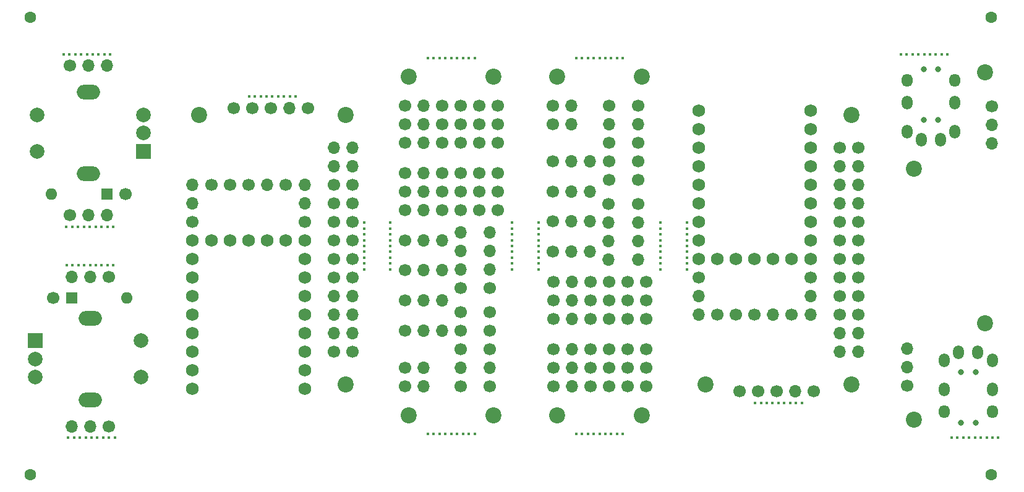
<source format=gbr>
%TF.GenerationSoftware,KiCad,Pcbnew,7.0.5*%
%TF.CreationDate,2024-01-24T21:19:46+08:00*%
%TF.ProjectId,main,6d61696e-2e6b-4696-9361-645f70636258,rev?*%
%TF.SameCoordinates,Original*%
%TF.FileFunction,Soldermask,Top*%
%TF.FilePolarity,Negative*%
%FSLAX46Y46*%
G04 Gerber Fmt 4.6, Leading zero omitted, Abs format (unit mm)*
G04 Created by KiCad (PCBNEW 7.0.5) date 2024-01-24 21:19:46*
%MOMM*%
%LPD*%
G01*
G04 APERTURE LIST*
%ADD10C,2.200000*%
%ADD11C,1.700000*%
%ADD12O,1.700000X1.700000*%
%ADD13C,0.450000*%
%ADD14C,1.596000*%
%ADD15O,3.200000X2.000000*%
%ADD16R,2.000000X2.000000*%
%ADD17C,2.000000*%
%ADD18C,0.800000*%
%ADD19O,1.500000X1.900000*%
%ADD20O,1.500000X1.800000*%
%ADD21C,1.752600*%
%ADD22R,1.600000X1.600000*%
%ADD23O,1.600000X1.600000*%
G04 APERTURE END LIST*
D10*
%TO.C,H3*%
X201660000Y-90654850D03*
%TD*%
D11*
%TO.C,J18*%
X196080000Y-76024850D03*
D12*
X196080000Y-78564850D03*
X196080000Y-81104850D03*
%TD*%
D11*
%TO.C,J13*%
X140500000Y-79204850D03*
D12*
X143040000Y-79204850D03*
X145580000Y-79204850D03*
%TD*%
D11*
%TO.C,J23*%
X202590000Y-81104850D03*
D12*
X202590000Y-83644850D03*
X202590000Y-86184850D03*
%TD*%
D13*
%TO.C,H23*%
X158810000Y-74919850D03*
X158810000Y-74119850D03*
X158810000Y-73319850D03*
X158810000Y-72519850D03*
X158810000Y-71719850D03*
X158810000Y-70919850D03*
X158810000Y-70119850D03*
X158810000Y-69319850D03*
X158810000Y-68519850D03*
%TD*%
D14*
%TO.C,H19*%
X89210236Y-103014850D03*
%TD*%
D15*
%TO.C,RE1*%
X97181000Y-61849000D03*
X97181000Y-50649000D03*
D16*
X104681000Y-58749000D03*
D17*
X104681000Y-53749000D03*
X104681000Y-56249000D03*
X90181000Y-53749000D03*
X90181000Y-58749000D03*
%TD*%
D11*
%TO.C,J19*%
X152160000Y-77444850D03*
D12*
X152160000Y-74904850D03*
X152160000Y-72364850D03*
X152160000Y-69824850D03*
%TD*%
D11*
%TO.C,J16*%
X140510000Y-52484850D03*
D12*
X143050000Y-52484850D03*
D11*
X145590000Y-52484850D03*
X148130000Y-52484850D03*
X150670000Y-52484850D03*
X153210000Y-52484850D03*
%TD*%
%TO.C,J26*%
X99932000Y-75921000D03*
D12*
X97392000Y-75921000D03*
X94852000Y-75921000D03*
%TD*%
D11*
%TO.C,J21*%
X148120000Y-77444850D03*
D12*
X148120000Y-74904850D03*
X148120000Y-72364850D03*
X148120000Y-69824850D03*
%TD*%
D18*
%TO.C,T1*%
X211538000Y-47485000D03*
X211538000Y-54485000D03*
X213538000Y-47485000D03*
X213538000Y-54485000D03*
D19*
X209238000Y-56085000D03*
X215838000Y-56085000D03*
D20*
X209238000Y-49037000D03*
X215838000Y-49037000D03*
D19*
X209238000Y-52085000D03*
X215838000Y-52085000D03*
X211238000Y-57185000D03*
X213838000Y-57185000D03*
%TD*%
D11*
%TO.C,J9*%
X140510000Y-57564850D03*
D12*
X143050000Y-57564850D03*
D11*
X145590000Y-57564850D03*
X148130000Y-57564850D03*
X150670000Y-57564850D03*
X153210000Y-57564850D03*
%TD*%
%TO.C,J4*%
X202590000Y-58244850D03*
D12*
X202590000Y-60784850D03*
X202590000Y-63324850D03*
X202590000Y-65864850D03*
D11*
X202590000Y-68404850D03*
X202590000Y-70944850D03*
X202590000Y-73484850D03*
X202590000Y-76024850D03*
X202590000Y-78564850D03*
%TD*%
%TO.C,J24*%
X180730000Y-76024850D03*
D12*
X180730000Y-78564850D03*
X180730000Y-81104850D03*
%TD*%
D11*
%TO.C,J6*%
X196510000Y-91584850D03*
D12*
X193970000Y-91584850D03*
D11*
X191430000Y-91584850D03*
X188890000Y-91584850D03*
X186350000Y-91584850D03*
%TD*%
D10*
%TO.C,H7*%
X152659997Y-94924851D03*
%TD*%
D13*
%TO.C,H28*%
X94170000Y-69089000D03*
X94970000Y-69089000D03*
X95770000Y-69089000D03*
X96570000Y-69089000D03*
X97370000Y-69089000D03*
X98170000Y-69089000D03*
X98970000Y-69089000D03*
X99770000Y-69089000D03*
X100570000Y-69089000D03*
%TD*%
D10*
%TO.C,H33*%
X219966000Y-82282000D03*
%TD*%
%TO.C,H2*%
X201660000Y-53774850D03*
%TD*%
D21*
%TO.C,U1*%
X180730000Y-53164850D03*
X180730000Y-55704850D03*
X180730000Y-58244850D03*
X180730000Y-60784850D03*
X180730000Y-63324850D03*
X180730000Y-65864850D03*
X180730000Y-68404850D03*
X180730000Y-70944850D03*
X180730000Y-73484850D03*
X196080000Y-53164850D03*
X196080000Y-55704850D03*
X196080000Y-58244850D03*
X196080000Y-60784850D03*
X196080000Y-63324850D03*
X196080000Y-65864850D03*
X196080000Y-68404850D03*
X196080000Y-70944850D03*
X196080000Y-73484850D03*
X193485000Y-73484850D03*
X190945000Y-73484850D03*
X188405000Y-73484850D03*
X185865000Y-73484850D03*
X183325000Y-73484850D03*
%TD*%
D11*
%TO.C,J1*%
X140500000Y-90954850D03*
D12*
X143040000Y-90954850D03*
%TD*%
D10*
%TO.C,H32*%
X219966000Y-47935000D03*
%TD*%
D13*
%TO.C,H15*%
X150060000Y-97474850D03*
X149260000Y-97474850D03*
X148460000Y-97474850D03*
X147660000Y-97474850D03*
X146860000Y-97474850D03*
X146060000Y-97474850D03*
X145260000Y-97474850D03*
X144460000Y-97474850D03*
X143660000Y-97474850D03*
%TD*%
D14*
%TO.C,H17*%
X220810000Y-40424850D03*
%TD*%
%TO.C,H16*%
X89210236Y-40424850D03*
%TD*%
D10*
%TO.C,H33*%
X210210000Y-61158000D03*
%TD*%
D11*
%TO.C,J20*%
X200050000Y-81104850D03*
D12*
X200050000Y-83644850D03*
X200050000Y-86184850D03*
%TD*%
D11*
%TO.C,J14*%
X152160000Y-90954850D03*
D12*
X152160000Y-88414850D03*
D11*
X152160000Y-85874850D03*
X152160000Y-83334850D03*
X152160000Y-80794850D03*
%TD*%
%TO.C,J25*%
X209280000Y-90832000D03*
D12*
X209280000Y-88292000D03*
X209280000Y-85752000D03*
%TD*%
D11*
%TO.C,J12*%
X140510000Y-64244850D03*
D12*
X143050000Y-64244850D03*
D11*
X145590000Y-64244850D03*
X148130000Y-64244850D03*
X150670000Y-64244850D03*
X153210000Y-64244850D03*
%TD*%
D13*
%TO.C,H21*%
X155210000Y-74919850D03*
X155210000Y-74119850D03*
X155210000Y-73319850D03*
X155210000Y-72519850D03*
X155210000Y-71719850D03*
X155210000Y-70919850D03*
X155210000Y-70119850D03*
X155210000Y-69319850D03*
X155210000Y-68519850D03*
%TD*%
D11*
%TO.C,J28*%
X92322000Y-78841000D03*
%TD*%
D13*
%TO.C,H9*%
X188460000Y-93204850D03*
X189260000Y-93204850D03*
X190060000Y-93204850D03*
X190860000Y-93204850D03*
X191660000Y-93204850D03*
X192460000Y-93204850D03*
X193260000Y-93204850D03*
X194060000Y-93204850D03*
X194860000Y-93204850D03*
%TD*%
D11*
%TO.C,J8*%
X148130000Y-90954850D03*
D12*
X148130000Y-88414850D03*
D11*
X148130000Y-85874850D03*
X148130000Y-83334850D03*
X148130000Y-80794850D03*
%TD*%
%TO.C,J27*%
X94641000Y-47005000D03*
D12*
X97181000Y-47005000D03*
X99721000Y-47005000D03*
%TD*%
D11*
%TO.C,J2*%
X140500000Y-88414850D03*
D12*
X143040000Y-88414850D03*
%TD*%
D13*
%TO.C,H27*%
X221766000Y-98005000D03*
X220966000Y-98005000D03*
X220166000Y-98005000D03*
X219366000Y-98005000D03*
X218566000Y-98005000D03*
X217766000Y-98005000D03*
X216966000Y-98005000D03*
X216166000Y-98005000D03*
X215366000Y-98005000D03*
%TD*%
D11*
%TO.C,J27*%
X99932000Y-96435000D03*
D12*
X97392000Y-96435000D03*
X94852000Y-96435000D03*
%TD*%
D10*
%TO.C,H5*%
X141060000Y-48514850D03*
%TD*%
D13*
%TO.C,H13*%
X150060000Y-45964850D03*
X149260000Y-45964850D03*
X148460000Y-45964850D03*
X147660000Y-45964850D03*
X146860000Y-45964850D03*
X146060000Y-45964850D03*
X145260000Y-45964850D03*
X144460000Y-45964850D03*
X143660000Y-45964850D03*
%TD*%
D10*
%TO.C,H32*%
X210210000Y-95505000D03*
%TD*%
%TO.C,H1*%
X141059997Y-94924851D03*
%TD*%
D11*
%TO.C,J25*%
X220896000Y-52608000D03*
D12*
X220896000Y-55148000D03*
X220896000Y-57688000D03*
%TD*%
D11*
%TO.C,J11*%
X140510000Y-55024850D03*
D12*
X143050000Y-55024850D03*
D11*
X145590000Y-55024850D03*
X148130000Y-55024850D03*
X150670000Y-55024850D03*
X153210000Y-55024850D03*
%TD*%
%TO.C,J3*%
X140500000Y-70924850D03*
D12*
X143040000Y-70924850D03*
X145580000Y-70924850D03*
%TD*%
D13*
%TO.C,H11*%
X119160000Y-51224850D03*
X119960000Y-51224850D03*
X120760000Y-51224850D03*
X121560000Y-51224850D03*
X122360000Y-51224850D03*
X123160000Y-51224850D03*
X123960000Y-51224850D03*
X124760000Y-51224850D03*
X125560000Y-51224850D03*
%TD*%
%TO.C,H29*%
X100802000Y-98005000D03*
X100002000Y-98005000D03*
X99202000Y-98005000D03*
X98402000Y-98005000D03*
X97602000Y-98005000D03*
X96802000Y-98005000D03*
X96002000Y-98005000D03*
X95202000Y-98005000D03*
X94402000Y-98005000D03*
%TD*%
D11*
%TO.C,J7*%
X140500000Y-83334850D03*
D12*
X143040000Y-83334850D03*
X145580000Y-83334850D03*
%TD*%
D11*
%TO.C,J28*%
X102251000Y-64599000D03*
%TD*%
D13*
%TO.C,H27*%
X208410000Y-45435000D03*
X209210000Y-45435000D03*
X210010000Y-45435000D03*
X210810000Y-45435000D03*
X211610000Y-45435000D03*
X212410000Y-45435000D03*
X213210000Y-45435000D03*
X214010000Y-45435000D03*
X214810000Y-45435000D03*
%TD*%
%TO.C,H12*%
X170360000Y-97474850D03*
X169560000Y-97474850D03*
X168760000Y-97474850D03*
X167960000Y-97474850D03*
X167160000Y-97474850D03*
X166360000Y-97474850D03*
X165560000Y-97474850D03*
X164760000Y-97474850D03*
X163960000Y-97474850D03*
%TD*%
D11*
%TO.C,J26*%
X94641000Y-67519000D03*
D12*
X97181000Y-67519000D03*
X99721000Y-67519000D03*
%TD*%
D13*
%TO.C,H10*%
X175510000Y-74919850D03*
X175510000Y-74119850D03*
X175510000Y-73319850D03*
X175510000Y-72519850D03*
X175510000Y-71719850D03*
X175510000Y-70919850D03*
X175510000Y-70119850D03*
X175510000Y-69319850D03*
X175510000Y-68519850D03*
%TD*%
D10*
%TO.C,H4*%
X181660000Y-90654850D03*
%TD*%
D11*
%TO.C,J5*%
X200050000Y-58244850D03*
D12*
X200050000Y-60784850D03*
X200050000Y-63324850D03*
X200050000Y-65864850D03*
D11*
X200050000Y-68404850D03*
X200050000Y-70944850D03*
X200050000Y-73484850D03*
X200050000Y-76024850D03*
X200050000Y-78564850D03*
%TD*%
%TO.C,J10*%
X140510000Y-66784850D03*
D12*
X143050000Y-66784850D03*
D11*
X145590000Y-66784850D03*
X148130000Y-66784850D03*
X150670000Y-66784850D03*
X153210000Y-66784850D03*
%TD*%
%TO.C,J22*%
X124185236Y-63324850D03*
D12*
X121645236Y-63324850D03*
D11*
X119105236Y-63324850D03*
X116565236Y-63324850D03*
X114025236Y-63324850D03*
%TD*%
%TO.C,J15*%
X140500000Y-75064850D03*
D12*
X143040000Y-75064850D03*
X145580000Y-75064850D03*
%TD*%
D18*
%TO.C,T1*%
X218638000Y-95955000D03*
X218638000Y-88955000D03*
X216638000Y-95955000D03*
X216638000Y-88955000D03*
D19*
X220938000Y-87355000D03*
X214338000Y-87355000D03*
D20*
X220938000Y-94403000D03*
X214338000Y-94403000D03*
D19*
X220938000Y-91355000D03*
X214338000Y-91355000D03*
X218938000Y-86255000D03*
X216338000Y-86255000D03*
%TD*%
D13*
%TO.C,H14*%
X170360000Y-45964850D03*
X169560000Y-45964850D03*
X168760000Y-45964850D03*
X167960000Y-45964850D03*
X167160000Y-45964850D03*
X166360000Y-45964850D03*
X165560000Y-45964850D03*
X164760000Y-45964850D03*
X163960000Y-45964850D03*
%TD*%
%TO.C,H8*%
X138510000Y-74919850D03*
X138510000Y-74119850D03*
X138510000Y-73319850D03*
X138510000Y-72519850D03*
X138510000Y-71719850D03*
X138510000Y-70919850D03*
X138510000Y-70119850D03*
X138510000Y-69319850D03*
X138510000Y-68519850D03*
%TD*%
D15*
%TO.C,RE1*%
X97392000Y-81591000D03*
X97392000Y-92791000D03*
D16*
X89892000Y-84691000D03*
D17*
X89892000Y-89691000D03*
X89892000Y-87191000D03*
X104392000Y-89691000D03*
X104392000Y-84691000D03*
%TD*%
D13*
%TO.C,H28*%
X100592000Y-74351000D03*
X99792000Y-74351000D03*
X98992000Y-74351000D03*
X98192000Y-74351000D03*
X97392000Y-74351000D03*
X96592000Y-74351000D03*
X95792000Y-74351000D03*
X94992000Y-74351000D03*
X94192000Y-74351000D03*
%TD*%
%TO.C,H29*%
X93771000Y-45435000D03*
X94571000Y-45435000D03*
X95371000Y-45435000D03*
X96171000Y-45435000D03*
X96971000Y-45435000D03*
X97771000Y-45435000D03*
X98571000Y-45435000D03*
X99371000Y-45435000D03*
X100171000Y-45435000D03*
%TD*%
D10*
%TO.C,H6*%
X152660000Y-48514850D03*
%TD*%
D11*
%TO.C,J17*%
X140510000Y-61704850D03*
D12*
X143050000Y-61704850D03*
D11*
X145590000Y-61704850D03*
X148130000Y-61704850D03*
X150670000Y-61704850D03*
X153210000Y-61704850D03*
%TD*%
D14*
%TO.C,H18*%
X220810000Y-103014850D03*
%TD*%
D13*
%TO.C,H20*%
X134910000Y-74919850D03*
X134910000Y-74119850D03*
X134910000Y-73319850D03*
X134910000Y-72519850D03*
X134910000Y-71719850D03*
X134910000Y-70919850D03*
X134910000Y-70119850D03*
X134910000Y-69319850D03*
X134910000Y-68519850D03*
%TD*%
%TO.C,H22*%
X179110000Y-74919850D03*
X179110000Y-74119850D03*
X179110000Y-73319850D03*
X179110000Y-72519850D03*
X179110000Y-71719850D03*
X179110000Y-70919850D03*
X179110000Y-70119850D03*
X179110000Y-69319850D03*
X179110000Y-68519850D03*
%TD*%
D11*
%TO.C,J8*%
X168430299Y-52484553D03*
D12*
X168430299Y-55024553D03*
D11*
X168430299Y-57564553D03*
X168430299Y-60104553D03*
X168430299Y-62644553D03*
%TD*%
D21*
%TO.C,U1*%
X111430236Y-91264850D03*
X111430236Y-88724850D03*
X111430236Y-86184850D03*
X111430236Y-83644850D03*
X111430236Y-81104850D03*
X111430236Y-78564850D03*
X111430236Y-76024850D03*
X111430236Y-73484850D03*
X111430236Y-70944850D03*
X126780236Y-91264850D03*
X126780236Y-88724850D03*
X126780236Y-86184850D03*
X126780236Y-83644850D03*
X126780236Y-81104850D03*
X126780236Y-78564850D03*
X126780236Y-76024850D03*
X126780236Y-73484850D03*
X126780236Y-70944850D03*
X124185236Y-70944850D03*
X121645236Y-70944850D03*
X119105236Y-70944850D03*
X116565236Y-70944850D03*
X114025236Y-70944850D03*
%TD*%
D10*
%TO.C,H4*%
X112360236Y-53774850D03*
%TD*%
D11*
%TO.C,J17*%
X160810299Y-81734553D03*
D12*
X163350299Y-81734553D03*
D11*
X165890299Y-81734553D03*
X168430299Y-81734553D03*
X170970299Y-81734553D03*
X173510299Y-81734553D03*
%TD*%
D22*
%TO.C,D1*%
X99711000Y-64599000D03*
D23*
X92111000Y-64599000D03*
%TD*%
D11*
%TO.C,J2*%
X160800299Y-55024553D03*
D12*
X163340299Y-55024553D03*
%TD*%
D10*
%TO.C,H5*%
X161360299Y-94924553D03*
%TD*%
D11*
%TO.C,J4*%
X133290236Y-86184850D03*
D12*
X133290236Y-83644850D03*
X133290236Y-81104850D03*
X133290236Y-78564850D03*
D11*
X133290236Y-76024850D03*
X133290236Y-73484850D03*
X133290236Y-70944850D03*
X133290236Y-68404850D03*
X133290236Y-65864850D03*
%TD*%
%TO.C,J14*%
X172460299Y-52484553D03*
D12*
X172460299Y-55024553D03*
D11*
X172460299Y-57564553D03*
X172460299Y-60104553D03*
X172460299Y-62644553D03*
%TD*%
%TO.C,J7*%
X160800299Y-60104553D03*
D12*
X163340299Y-60104553D03*
X165880299Y-60104553D03*
%TD*%
D11*
%TO.C,J11*%
X160810299Y-88414553D03*
D12*
X163350299Y-88414553D03*
D11*
X165890299Y-88414553D03*
X168430299Y-88414553D03*
X170970299Y-88414553D03*
X173510299Y-88414553D03*
%TD*%
%TO.C,J18*%
X126780236Y-68404850D03*
D12*
X126780236Y-65864850D03*
X126780236Y-63324850D03*
%TD*%
D10*
%TO.C,H6*%
X172960299Y-94924553D03*
%TD*%
D11*
%TO.C,J24*%
X111430236Y-68404850D03*
D12*
X111430236Y-65864850D03*
X111430236Y-63324850D03*
%TD*%
D11*
%TO.C,J1*%
X160800299Y-52484553D03*
D12*
X163340299Y-52484553D03*
%TD*%
D10*
%TO.C,H7*%
X172960296Y-48514552D03*
%TD*%
%TO.C,H3*%
X132360236Y-53774850D03*
%TD*%
%TO.C,H1*%
X161360296Y-48514552D03*
%TD*%
%TO.C,H2*%
X132360236Y-90654850D03*
%TD*%
D11*
%TO.C,J3*%
X160800299Y-72514553D03*
D12*
X163340299Y-72514553D03*
X165880299Y-72514553D03*
%TD*%
D11*
%TO.C,J10*%
X160810299Y-76654553D03*
D12*
X163350299Y-76654553D03*
D11*
X165890299Y-76654553D03*
X168430299Y-76654553D03*
X170970299Y-76654553D03*
X173510299Y-76654553D03*
%TD*%
%TO.C,J13*%
X160800299Y-64234553D03*
D12*
X163340299Y-64234553D03*
X165880299Y-64234553D03*
%TD*%
D11*
%TO.C,J19*%
X172460299Y-65994553D03*
D12*
X172460299Y-68534553D03*
X172460299Y-71074553D03*
X172460299Y-73614553D03*
%TD*%
D11*
%TO.C,J21*%
X168420299Y-65994553D03*
D12*
X168420299Y-68534553D03*
X168420299Y-71074553D03*
X168420299Y-73614553D03*
%TD*%
D11*
%TO.C,J9*%
X160810299Y-85874553D03*
D12*
X163350299Y-85874553D03*
D11*
X165890299Y-85874553D03*
X168430299Y-85874553D03*
X170970299Y-85874553D03*
X173510299Y-85874553D03*
%TD*%
%TO.C,J5*%
X130750236Y-86184850D03*
D12*
X130750236Y-83644850D03*
X130750236Y-81104850D03*
X130750236Y-78564850D03*
D11*
X130750236Y-76024850D03*
X130750236Y-73484850D03*
X130750236Y-70944850D03*
X130750236Y-68404850D03*
X130750236Y-65864850D03*
%TD*%
%TO.C,J22*%
X193485000Y-81104850D03*
D12*
X190945000Y-81104850D03*
D11*
X188405000Y-81104850D03*
X185865000Y-81104850D03*
X183325000Y-81104850D03*
%TD*%
D22*
%TO.C,D1*%
X94862000Y-78841000D03*
D23*
X102462000Y-78841000D03*
%TD*%
D11*
%TO.C,J6*%
X127210236Y-52844850D03*
D12*
X124670236Y-52844850D03*
D11*
X122130236Y-52844850D03*
X119590236Y-52844850D03*
X117050236Y-52844850D03*
%TD*%
%TO.C,J15*%
X160800299Y-68374553D03*
D12*
X163340299Y-68374553D03*
X165880299Y-68374553D03*
%TD*%
D11*
%TO.C,J16*%
X160810299Y-90954553D03*
D12*
X163350299Y-90954553D03*
D11*
X165890299Y-90954553D03*
X168430299Y-90954553D03*
X170970299Y-90954553D03*
X173510299Y-90954553D03*
%TD*%
%TO.C,J12*%
X160810299Y-79194553D03*
D12*
X163350299Y-79194553D03*
D11*
X165890299Y-79194553D03*
X168430299Y-79194553D03*
X170970299Y-79194553D03*
X173510299Y-79194553D03*
%TD*%
%TO.C,J23*%
X133290236Y-63324850D03*
D12*
X133290236Y-60784850D03*
X133290236Y-58244850D03*
%TD*%
D11*
%TO.C,J20*%
X130750236Y-63324850D03*
D12*
X130750236Y-60784850D03*
X130750236Y-58244850D03*
%TD*%
M02*

</source>
